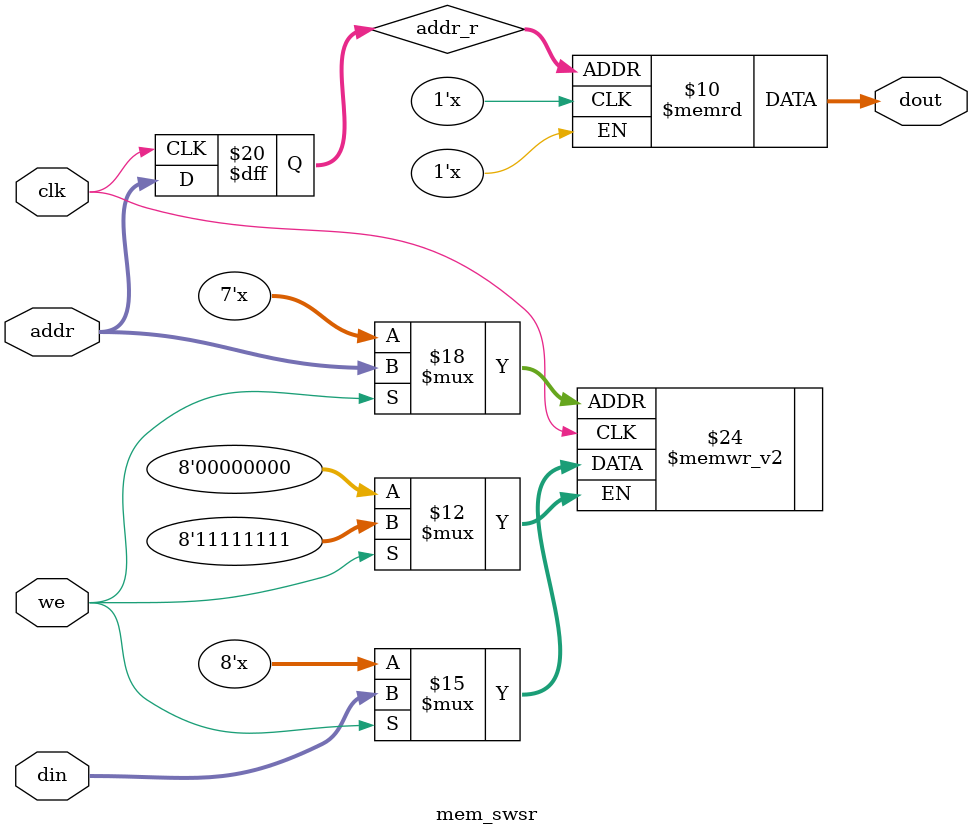
<source format=sv>

module mem_swsr
    #(parameter W=8, D=128, localparam DW=$clog2(D))
    (
    input logic clk,
    input logic we,
    input logic [DW-1:0] addr,
    input logic [W-1:0]  din,
    output logic [W-1:0] dout
    );

    logic [W-1:0] ram_array [D-1:0];
    logic [DW-1:0] addr_r;

    always_ff @(posedge clk) begin
        if (we) ram_array[addr] <= din;
    end

    always_ff @(posedge clk) begin
        addr_r <= addr;
    end

    assign dout = ram_array[addr_r];

endmodule

</source>
